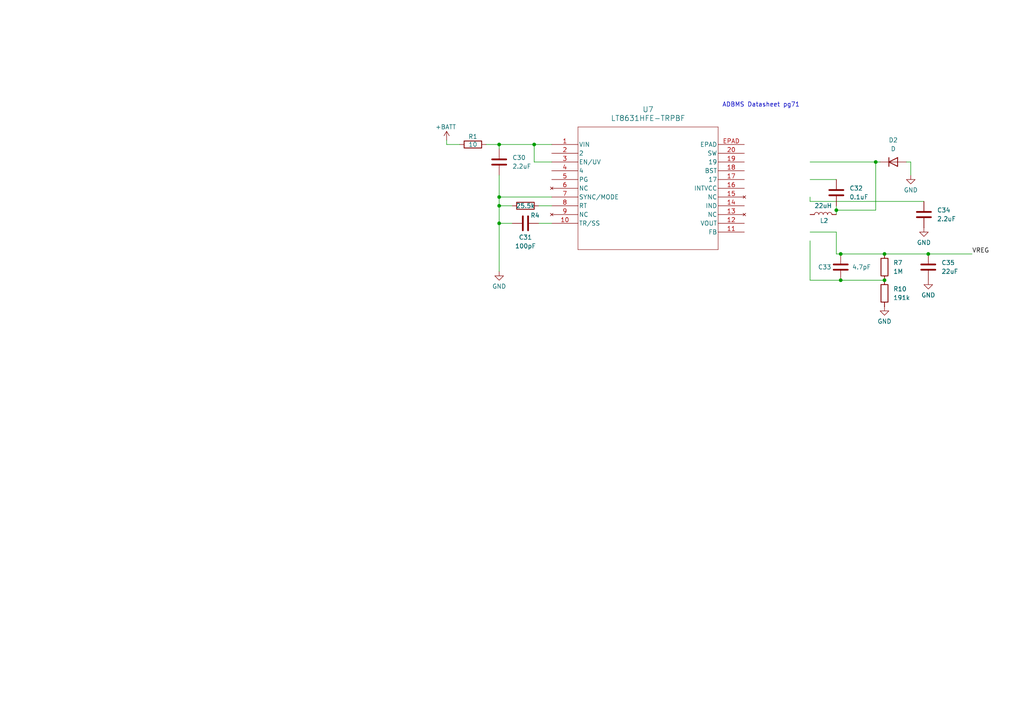
<source format=kicad_sch>
(kicad_sch (version 20250114) (generator "eeschema") (generator_version "9.0")
  (paper "A4")
  (lib_symbols
    (symbol "Device:C" (pin_numbers (hide yes)) (pin_names (offset 0.254))
      (property "Reference" "C" (at 0.635 2.54 0))
      (property "Value" "C" (at 0.635 -2.54 0))
      (symbol "C_0_1"
        (polyline (pts (xy -2.032 0.762) (xy 2.032 0.762)) (stroke (width 0.508)))
        (polyline (pts (xy -2.032 -0.762) (xy 2.032 -0.762)) (stroke (width 0.508)))
      )
      (symbol "C_1_1"
        (pin passive line (at 0 3.81 270) (length 2.794) (name "~") (number "1"))
        (pin passive line (at 0 -3.81 90) (length 2.794) (name "~") (number "2"))
      )
    )
    (symbol "Device:D" (pin_numbers (hide yes)) (pin_names (offset 1.016) (hide yes))
      (property "Reference" "D" (at 0 2.54 0))
      (property "Value" "D" (at 0 -2.54 0))
      (symbol "D_0_1"
        (polyline (pts (xy -1.27 1.27) (xy -1.27 -1.27)) (stroke (width 0.254)))
        (polyline (pts (xy 1.27 1.27) (xy 1.27 -1.27) (xy -1.27 0) (xy 1.27 1.27)) (stroke (width 0.254)))
        (polyline (pts (xy 1.27 0) (xy -1.27 0)))
      )
      (symbol "D_1_1"
        (pin passive line (at -3.81 0 0) (length 2.54) (name "K") (number "1"))
        (pin passive line (at 3.81 0 180) (length 2.54) (name "A") (number "2"))
      )
    )
    (symbol "Device:L" (pin_numbers (hide yes)) (pin_names (offset 1.016) (hide yes))
      (property "Reference" "L" (at -1.27 0 90))
      (property "Value" "L" (at 1.905 0 90))
      (symbol "L_0_1"
        (arc (start 0 2.54) (mid 0.6323 1.905) (end 0 1.27))
        (arc (start 0 1.27) (mid 0.6323 0.635) (end 0 0))
        (arc (start 0 0) (mid 0.6323 -0.635) (end 0 -1.27))
        (arc (start 0 -1.27) (mid 0.6323 -1.905) (end 0 -2.54))
      )
      (symbol "L_1_1"
        (pin passive line (at 0 3.81 270) (length 1.27) (name "1") (number "1"))
        (pin passive line (at 0 -3.81 90) (length 1.27) (name "2") (number "2"))
      )
    )
    (symbol "Device:R" (pin_numbers (hide yes)) (pin_names (offset 0))
      (property "Reference" "R" (at 2.032 0 90))
      (property "Value" "R" (at 0 0 90))
      (symbol "R_0_1"
        (rectangle (start -1.016 -2.54) (end 1.016 2.54) (stroke (width 0.254)))
      )
      (symbol "R_1_1"
        (pin passive line (at 0 3.81 270) (length 1.27) (name "~") (number "1"))
        (pin passive line (at 0 -3.81 90) (length 1.27) (name "~") (number "2"))
      )
    )
    (symbol "GND_1" (power) (pin_numbers (hide yes)) (pin_names (offset 0) (hide yes))
      (property "Value" "GND" (at 0 -3.81 0))
      (symbol "GND_1_0_1"
        (polyline (pts (xy 0 0) (xy 0 -1.27) (xy 1.27 -1.27) (xy 0 -2.54) (xy -1.27 -1.27) (xy 0 -1.27)))
      )
      (symbol "GND_1_1_1"
        (pin power_in line (at 0 0 270) (length 0) (name "~") (number "1"))
      )
    )
    (symbol "LT8631:LT8631HFE-TRPBF" (pin_names (offset 0.254))
      (property "Reference" "U" (at 27.94 10.16 0))
      (property "Value" "LT8631HFE-TRPBF" (at 27.94 7.62 0))
      (symbol "LT8631HFE-TRPBF_0_1"
        (polyline (pts (xy 7.62 5.08) (xy 7.62 -30.48)) (stroke (width 0.127)))
        (polyline (pts (xy 7.62 -30.48) (xy 48.26 -30.48)) (stroke (width 0.127)))
        (polyline (pts (xy 48.26 5.08) (xy 7.62 5.08)) (stroke (width 0.127)))
        (polyline (pts (xy 48.26 -30.48) (xy 48.26 5.08)) (stroke (width 0.127)))
        (pin unspecified line (at 0 0 0) (length 7.62) (name "VIN") (number "1"))
        (pin unspecified line (at 0 -2.54 0) (length 7.62) (name "2") (number "2"))
        (pin unspecified line (at 0 -5.08 0) (length 7.62) (name "EN/UV") (number "3"))
        (pin unspecified line (at 0 -7.62 0) (length 7.62) (name "4") (number "4"))
        (pin output line (at 0 -10.16 0) (length 7.62) (name "PG") (number "5"))
        (pin no_connect line (at 0 -12.7 0) (length 7.62) (name "NC") (number "6"))
        (pin unspecified line (at 0 -15.24 0) (length 7.62) (name "SYNC/MODE") (number "7"))
        (pin unspecified line (at 0 -17.78 0) (length 7.62) (name "RT") (number "8"))
        (pin no_connect line (at 0 -20.32 0) (length 7.62) (name "NC") (number "9"))
        (pin unspecified line (at 0 -22.86 0) (length 7.62) (name "TR/SS") (number "10"))
        (pin unspecified line (at 55.88 0 180) (length 7.62) (name "EPAD") (number "EPAD"))
        (pin output line (at 55.88 -2.54 180) (length 7.62) (name "SW") (number "20"))
        (pin unspecified line (at 55.88 -5.08 180) (length 7.62) (name "19") (number "19"))
        (pin unspecified line (at 55.88 -7.62 180) (length 7.62) (name "BST") (number "18"))
        (pin unspecified line (at 55.88 -10.16 180) (length 7.62) (name "17") (number "17"))
        (pin unspecified line (at 55.88 -12.7 180) (length 7.62) (name "INTVCC") (number "16"))
        (pin no_connect line (at 55.88 -15.24 180) (length 7.62) (name "NC") (number "15"))
        (pin input line (at 55.88 -17.78 180) (length 7.62) (name "IND") (number "14"))
        (pin no_connect line (at 55.88 -20.32 180) (length 7.62) (name "NC") (number "13"))
        (pin output line (at 55.88 -22.86 180) (length 7.62) (name "VOUT") (number "12"))
        (pin input line (at 55.88 -25.4 180) (length 7.62) (name "FB") (number "11"))
      )
    )
    (symbol "power:+BATT" (power) (pin_numbers (hide yes)) (pin_names (offset 0) (hide yes))
      (property "Value" "+BATT" (at 0 3.556 0))
      (symbol "+BATT_0_1"
        (polyline (pts (xy -0.762 1.27) (xy 0 2.54)))
        (polyline (pts (xy 0 2.54) (xy 0.762 1.27)))
        (polyline (pts (xy 0 0) (xy 0 2.54)))
      )
      (symbol "+BATT_1_1"
        (pin power_in line (at 0 0 90) (length 0) (name "~") (number "1"))
      )
    )
  )
  (text "ADBMS Datasheet pg71" (at 220.726 30.48 0) (effects (font (size 1.27 1.27))))
  (junction (at 243.84 73.66))
  (junction (at 242.57 60.96))
  (junction (at 144.78 59.69))
  (junction (at 254 46.99))
  (junction (at 269.24 73.66))
  (junction (at 243.84 81.28))
  (junction (at 256.54 73.66))
  (junction (at 144.78 64.77))
  (junction (at 256.54 81.28))
  (junction (at 144.78 41.91))
  (junction (at 144.78 57.15))
  (junction (at 154.94 41.91))
  (wire (pts (xy 156.21 64.77) (xy 160.02 64.77)))
  (wire (pts (xy 234.95 69.85) (xy 234.95 81.28)))
  (wire (pts (xy 144.78 57.15) (xy 160.02 57.15)))
  (wire (pts (xy 140.97 41.91) (xy 144.78 41.91)))
  (wire (pts (xy 129.54 41.91) (xy 129.54 40.64)))
  (wire (pts (xy 144.78 64.77) (xy 148.59 64.77)))
  (wire (pts (xy 234.95 67.31) (xy 242.57 67.31)))
  (wire (pts (xy 264.16 46.99) (xy 262.89 46.99)))
  (wire (pts (xy 234.95 46.99) (xy 254 46.99)))
  (wire (pts (xy 160.02 59.69) (xy 156.21 59.69)))
  (wire (pts (xy 254 46.99) (xy 254 60.96)))
  (wire (pts (xy 256.54 73.66) (xy 269.24 73.66)))
  (wire (pts (xy 242.57 59.69) (xy 242.57 60.96)))
  (wire (pts (xy 256.54 81.28) (xy 243.84 81.28)))
  (wire (pts (xy 133.35 41.91) (xy 129.54 41.91)))
  (wire (pts (xy 160.02 41.91) (xy 154.94 41.91)))
  (wire (pts (xy 243.84 73.66) (xy 256.54 73.66)))
  (wire (pts (xy 160.02 46.99) (xy 154.94 46.99)))
  (wire (pts (xy 254 46.99) (xy 255.27 46.99)))
  (wire (pts (xy 144.78 59.69) (xy 144.78 57.15)))
  (wire (pts (xy 144.78 43.18) (xy 144.78 41.91)))
  (wire (pts (xy 154.94 41.91) (xy 154.94 46.99)))
  (wire (pts (xy 242.57 60.96) (xy 254 60.96)))
  (wire (pts (xy 242.57 60.96) (xy 242.57 62.23)))
  (wire (pts (xy 234.95 52.07) (xy 242.57 52.07)))
  (wire (pts (xy 242.57 73.66) (xy 243.84 73.66)))
  (wire (pts (xy 234.95 58.42) (xy 267.97 58.42)))
  (wire (pts (xy 144.78 64.77) (xy 144.78 59.69)))
  (wire (pts (xy 144.78 78.74) (xy 144.78 64.77)))
  (wire (pts (xy 144.78 59.69) (xy 148.59 59.69)))
  (wire (pts (xy 269.24 73.66) (xy 281.94 73.66)))
  (wire (pts (xy 242.57 67.31) (xy 242.57 73.66)))
  (wire (pts (xy 264.16 50.8) (xy 264.16 46.99)))
  (wire (pts (xy 154.94 41.91) (xy 144.78 41.91)))
  (wire (pts (xy 144.78 57.15) (xy 144.78 50.8)))
  (wire (pts (xy 234.95 58.42) (xy 234.95 57.15)))
  (wire (pts (xy 234.95 81.28) (xy 243.84 81.28)))
  (label "VREG" (at 281.94 73.66 0))
  (symbol (lib_id "Device:D") (at 259.08 46.99 0) (unit 1)
    (property "Reference" "D2" (at 259.08 40.64 0))
    (property "Value" "D" (at 259.08 43.18 0))
    (property "Description" "Diode" (effects (hide yes)))
    (property "Sim.Device" "D" (effects (hide yes)))
    (property "Sim.Pins" "1=K 2=A" (effects (hide yes)))
  )
  (symbol (lib_id "Device:C") (at 243.84 77.47 0) (unit 1)
    (property "Reference" "C33" (at 237.236 77.47 0) (effects (justify left)))
    (property "Value" "4.7pF" (at 247.142 77.47 0) (effects (justify left)))
    (property "Description" "Unpolarized capacitor" (effects (hide yes)))
  )
  (symbol (lib_name "GND_1") (lib_id "power:GND") (at 256.54 88.9 0) (unit 1)
    (property "Reference" "#PWR056" (effects (hide yes)))
    (property "Value" "GND" (at 256.54 93.218 0))
    (property "Description" "Power symbol creates a global label with name \"GND\" , ground" (effects (hide yes)))
  )
  (symbol (lib_id "Device:C") (at 144.78 46.99 0) (unit 1)
    (property "Reference" "C30" (at 148.59 45.7199 0) (effects (justify left)))
    (property "Value" "2.2uF" (at 148.59 48.2599 0) (effects (justify left)))
    (property "Description" "Unpolarized capacitor" (effects (hide yes)))
  )
  (symbol (lib_id "Device:R") (at 152.4 59.69 270) (unit 1)
    (property "Reference" "R4" (at 155.194 62.484 90))
    (property "Value" "25.5k" (at 152.4 59.69 90))
    (property "Description" "Resistor" (effects (hide yes)))
  )
  (symbol (lib_id "Device:C") (at 269.24 77.47 0) (unit 1)
    (property "Reference" "C35" (at 273.05 76.1999 0) (effects (justify left)))
    (property "Value" "22uF" (at 273.05 78.7399 0) (effects (justify left)))
    (property "Description" "Unpolarized capacitor" (effects (hide yes)))
  )
  (symbol (lib_name "GND_1") (lib_id "power:GND") (at 267.97 66.04 0) (unit 1)
    (property "Reference" "#PWR058" (effects (hide yes)))
    (property "Value" "GND" (at 267.97 70.358 0))
    (property "Description" "Power symbol creates a global label with name \"GND\" , ground" (effects (hide yes)))
  )
  (symbol (lib_id "Device:R") (at 137.16 41.91 270) (unit 1)
    (property "Reference" "R1" (at 137.16 39.624 90))
    (property "Value" "10" (at 137.16 41.91 90))
    (property "Description" "Resistor" (effects (hide yes)))
  )
  (symbol (lib_name "GND_1") (lib_id "power:GND") (at 264.16 50.8 0) (unit 1)
    (property "Reference" "#PWR057" (effects (hide yes)))
    (property "Value" "GND" (at 264.16 55.118 0))
    (property "Description" "Power symbol creates a global label with name \"GND\" , ground" (effects (hide yes)))
  )
  (symbol (lib_id "Device:C") (at 152.4 64.77 270) (unit 1)
    (property "Reference" "C31" (at 152.4 68.834 90))
    (property "Value" "100pF" (at 152.4 71.374 90))
    (property "Description" "Unpolarized capacitor" (effects (hide yes)))
  )
  (symbol (lib_id "power:+BATT") (at 129.54 40.64 0) (unit 1)
    (property "Reference" "#PWR051" (effects (hide yes)))
    (property "Value" "+BATT" (at 129.286 36.83 0))
    (property "Description" "Power symbol creates a global label with name \"+BATT\"" (effects (hide yes)))
  )
  (symbol (lib_id "Device:C") (at 242.57 55.88 0) (unit 1)
    (property "Reference" "C32" (at 246.38 54.6099 0) (effects (justify left)))
    (property "Value" "0.1uF" (at 246.38 57.1499 0) (effects (justify left)))
    (property "Description" "Unpolarized capacitor" (effects (hide yes)))
  )
  (symbol (lib_id "Device:R") (at 256.54 77.47 0) (unit 1)
    (property "Reference" "R7" (at 259.08 76.1999 0) (effects (justify left)))
    (property "Value" "1M" (at 259.08 78.7399 0) (effects (justify left)))
    (property "Description" "Resistor" (effects (hide yes)))
  )
  (symbol (lib_id "Device:C") (at 267.97 62.23 0) (unit 1)
    (property "Reference" "C34" (at 271.78 60.9599 0) (effects (justify left)))
    (property "Value" "2.2uF" (at 271.78 63.4999 0) (effects (justify left)))
    (property "Description" "Unpolarized capacitor" (effects (hide yes)))
  )
  (symbol (lib_id "Device:R") (at 256.54 85.09 0) (unit 1)
    (property "Reference" "R10" (at 259.08 83.8199 0) (effects (justify left)))
    (property "Value" "191k" (at 259.08 86.3599 0) (effects (justify left)))
    (property "Description" "Resistor" (effects (hide yes)))
  )
  (symbol (lib_id "Device:L") (at 238.76 62.23 90) (unit 1)
    (property "Reference" "L2" (at 239.014 64.008 90))
    (property "Value" "22uH" (at 238.76 59.69 90))
    (property "Description" "Inductor" (effects (hide yes)))
  )
  (symbol (lib_name "GND_1") (lib_id "power:GND") (at 144.78 78.74 0) (unit 1)
    (property "Reference" "#PWR052" (effects (hide yes)))
    (property "Value" "GND" (at 144.78 83.058 0))
    (property "Description" "Power symbol creates a global label with name \"GND\" , ground" (effects (hide yes)))
  )
  (symbol (lib_id "LT8631:LT8631HFE-TRPBF") (at 160.02 41.91 0) (unit 1)
    (property "Reference" "U7" (at 187.96 31.75 0) (effects (font (size 1.524 1.524))))
    (property "Value" "LT8631HFE-TRPBF" (at 187.96 34.29 0) (effects (font (size 1.524 1.524))))
    (property "Footprint" "TSSOP-20_FE/CB_LIT" (effects (hide yes)))
    (property "Datasheet" "https://www.analog.com/media/en/technical-documentation/data-sheets/lt8631.pdf" (effects (hide yes)))
  )
  (symbol (lib_name "GND_1") (lib_id "power:GND") (at 269.24 81.28 0) (unit 1)
    (property "Reference" "#PWR059" (effects (hide yes)))
    (property "Value" "GND" (at 269.24 85.598 0))
    (property "Description" "Power symbol creates a global label with name \"GND\" , ground" (effects (hide yes)))
  )
)
</source>
